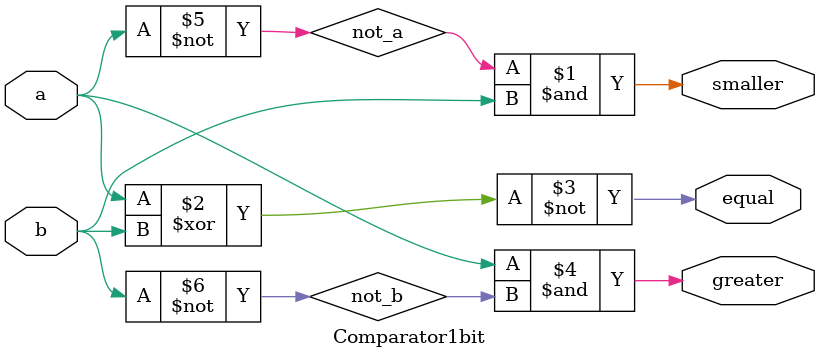
<source format=v>
module Comparator1bit(
		input a ,b,
		output smaller , equal , greater
	);

	wire not_a , not_b ;

	not NOT1(not_a , a);
	not NOT2(not_b , b);

	//Smaller
	and AND1( smaller , not_a , b);

	//Equal
	xnor XNOR1(equal , a , b) ;

	//Greater
	and AND2(greater , a , not_b);

endmodule
</source>
